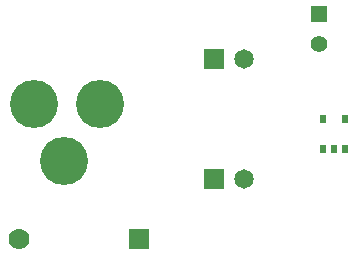
<source format=gts>
G04 (created by PCBNEW (2013-june-11)-stable) date Sat 26 Oct 2013 23:01:24 ART*
%MOIN*%
G04 Gerber Fmt 3.4, Leading zero omitted, Abs format*
%FSLAX34Y34*%
G01*
G70*
G90*
G04 APERTURE LIST*
%ADD10C,0.00590551*%
%ADD11C,0.07*%
%ADD12R,0.07X0.07*%
%ADD13R,0.02X0.03*%
%ADD14R,0.055X0.055*%
%ADD15C,0.055*%
%ADD16R,0.065X0.065*%
%ADD17C,0.065*%
%ADD18C,0.16*%
G04 APERTURE END LIST*
G54D10*
G54D11*
X76500Y-56500D03*
G54D12*
X80500Y-56500D03*
G54D13*
X86625Y-53500D03*
X87375Y-53500D03*
X86625Y-52500D03*
X87000Y-53500D03*
X87375Y-52500D03*
G54D14*
X86500Y-49000D03*
G54D15*
X86500Y-50000D03*
G54D16*
X83000Y-50500D03*
G54D17*
X84000Y-50500D03*
G54D16*
X83000Y-54500D03*
G54D17*
X84000Y-54500D03*
G54D18*
X79200Y-52000D03*
X77000Y-52000D03*
X78000Y-53900D03*
M02*

</source>
